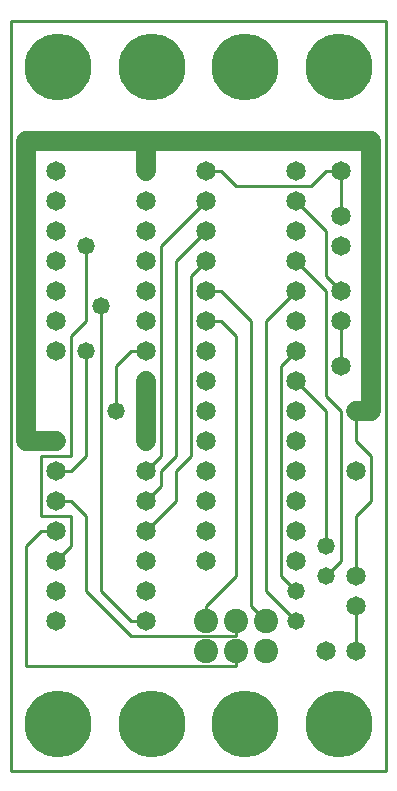
<source format=gbl>
%MOIN*%
%FSLAX25Y25*%
G04 D10 used for Character Trace; *
G04     Circle (OD=.01000) (No hole)*
G04 D11 used for Power Trace; *
G04     Circle (OD=.06700) (No hole)*
G04 D12 used for Signal Trace; *
G04     Circle (OD=.01100) (No hole)*
G04 D13 used for Via; *
G04     Circle (OD=.05800) (Round. Hole ID=.02800)*
G04 D14 used for Component hole; *
G04     Circle (OD=.06500) (Round. Hole ID=.03500)*
G04 D15 used for Component hole; *
G04     Circle (OD=.06700) (Round. Hole ID=.04300)*
G04 D16 used for Component hole; *
G04     Circle (OD=.08100) (Round. Hole ID=.05100)*
G04 D17 used for Component hole; *
G04     Circle (OD=.08900) (Round. Hole ID=.05900)*
G04 D18 used for Component hole; *
G04     Circle (OD=.11300) (Round. Hole ID=.08300)*
G04 D19 used for Component hole; *
G04     Circle (OD=.16000) (Round. Hole ID=.13000)*
G04 D20 used for Component hole; *
G04     Circle (OD=.18300) (Round. Hole ID=.15300)*
G04 D21 used for Component hole; *
G04     Circle (OD=.22291) (Round. Hole ID=.19291)*
%ADD10C,.01000*%
%ADD11C,.06700*%
%ADD12C,.01100*%
%ADD13C,.05800*%
%ADD14C,.06500*%
%ADD15C,.06700*%
%ADD16C,.08100*%
%ADD17C,.08900*%
%ADD18C,.11300*%
%ADD19C,.16000*%
%ADD20C,.18300*%
%ADD21C,.22291*%
%IPPOS*%
%LPD*%
G90*X0Y0D02*D21*X15625Y15625D03*D12*              
X5000Y35000D02*X75000D01*Y40000D01*D16*D03*D12*   
X40000Y45000D02*X75000D01*X40000D02*              
X25000Y60000D01*Y85000D01*X20000Y90000D01*        
X15000D01*D14*D03*D12*X20000Y75000D02*Y85000D01*  
X15000Y70000D02*X20000Y75000D01*D14*              
X15000Y70000D03*D12*X5000Y35000D02*Y75000D01*D14* 
X15000Y50000D03*D12*X40000D02*X30000Y60000D01*    
X40000Y50000D02*X45000D01*D14*D03*Y60000D03*D12*  
X30000D02*Y155000D01*D13*D03*D12*X20000Y145000D02*
X25000Y150000D01*X20000Y105000D02*Y145000D01*     
X10000Y105000D02*X20000D01*X10000Y85000D02*       
Y105000D01*Y85000D02*X20000D01*D14*               
X15000Y80000D03*D12*X10000D01*X5000Y75000D01*D14* 
X15000Y60000D03*D12*Y100000D02*X20000D01*D14*     
X15000D03*D12*X20000D02*X25000Y105000D01*         
Y140000D01*D13*D03*D14*X15000Y150000D03*D12*      
X35000Y120000D02*Y135000D01*D13*Y120000D03*D14*   
X45000Y110000D03*D11*Y130000D01*D14*D03*D12*      
X35000Y135000D02*X40000Y140000D01*X45000D01*D14*  
D03*Y150000D03*X65000Y120000D03*Y160000D03*D12*   
X70000D01*X80000Y150000D01*Y55000D01*             
X85000Y50000D01*D16*D03*D13*X95000Y60000D03*D12*  
X90000Y65000D01*Y135000D01*X95000Y140000D01*D14*  
D03*D12*X85000Y60000D02*Y150000D01*               
X95000Y50000D02*X85000Y60000D01*D13*              
X95000Y50000D03*D14*X105000Y40000D03*D16*         
X85000D03*D13*X105000Y65000D03*D12*               
X110000Y70000D01*Y120000D01*X105000Y125000D01*    
Y160000D01*X95000Y170000D01*D14*D03*D12*          
X105000Y165000D02*Y180000D01*X110000Y160000D02*   
X105000Y165000D01*D14*X110000Y160000D03*          
Y150000D03*D12*Y135000D01*D14*D03*X120000D03*D11* 
Y120000D01*X115000D01*D14*D03*D12*Y110000D01*     
X120000Y105000D01*Y90000D01*X115000Y85000D01*     
Y65000D01*D14*D03*D13*X105000Y75000D03*D12*       
Y120000D01*X95000Y130000D01*D14*D03*Y120000D03*   
D12*X75000Y65000D02*Y145000D01*X65000Y55000D02*   
X75000Y65000D01*X65000Y50000D02*Y55000D01*D16*    
Y50000D03*D12*X75000Y45000D02*Y50000D01*D16*D03*  
X65000Y40000D03*D14*X95000Y70000D03*X65000D03*    
X45000Y80000D03*D12*X55000Y90000D01*Y100000D01*   
X60000Y105000D01*Y165000D01*X65000Y170000D01*D14* 
D03*Y180000D03*D12*X55000Y170000D01*Y105000D01*   
X50000Y100000D01*Y95000D01*X45000Y90000D01*D14*   
D03*Y100000D03*D12*X50000Y105000D01*Y175000D01*   
X65000Y190000D01*D14*D03*D12*X75000Y195000D02*    
X70000Y200000D01*X75000Y195000D02*X100000D01*     
X105000Y200000D01*X110000D01*D14*D03*D12*         
Y185000D01*D14*D03*D12*X105000Y180000D02*         
X95000Y190000D01*D14*D03*Y200000D03*Y180000D03*   
X110000Y175000D03*Y210000D03*D11*X45000D01*D10*   
X46674Y211914D02*X45837Y212871D01*Y207129D01*     
X46674D02*X45000D01*D11*Y200000D02*Y210000D01*D14*
Y200000D03*D10*X46674Y211914D02*X45837Y212871D01* 
Y207129D01*X46674D02*X45000D01*D11*               
X5000Y210000D02*X45000D01*X5000Y110000D02*        
Y210000D01*Y110000D02*X15000D01*D14*D03*          
Y140000D03*D12*X25000Y150000D02*Y175000D01*D13*   
D03*D14*X15000Y180000D03*Y170000D03*Y160000D03*   
Y190000D03*X45000Y160000D03*Y170000D03*Y180000D03*
Y190000D03*X15000Y200000D03*D10*X46674Y211914D02* 
X45837Y212871D01*Y207129D01*X46674D02*X45000D01*  
D14*X65000Y140000D03*Y150000D03*D12*X70000D01*    
X75000Y145000D01*X85000Y150000D02*                
X95000Y160000D01*D14*D03*Y150000D03*D11*          
X120000Y135000D02*Y210000D01*X110000D01*D10*      
X121674Y201914D02*X120837Y202871D01*Y197129D01*   
X121674D02*X120000D01*D21*X109375Y234375D03*      
X78125D03*D12*X125000Y0D02*Y250000D01*X0Y0D02*    
X125000D01*X0D02*Y250000D01*X125000D01*           
X65000Y200000D02*X70000D01*D14*X65000D03*D21*     
X46875Y234375D03*X15625D03*D14*X65000Y130000D03*  
Y110000D03*X95000D03*X65000Y100000D03*X95000D03*  
X115000D03*X65000Y90000D03*X95000D03*             
X65000Y80000D03*X95000D03*X45000Y70000D03*        
X115000Y55000D03*D12*Y40000D01*D14*D03*D21*       
X109375Y15625D03*X78125D03*X46875D03*M02*         

</source>
